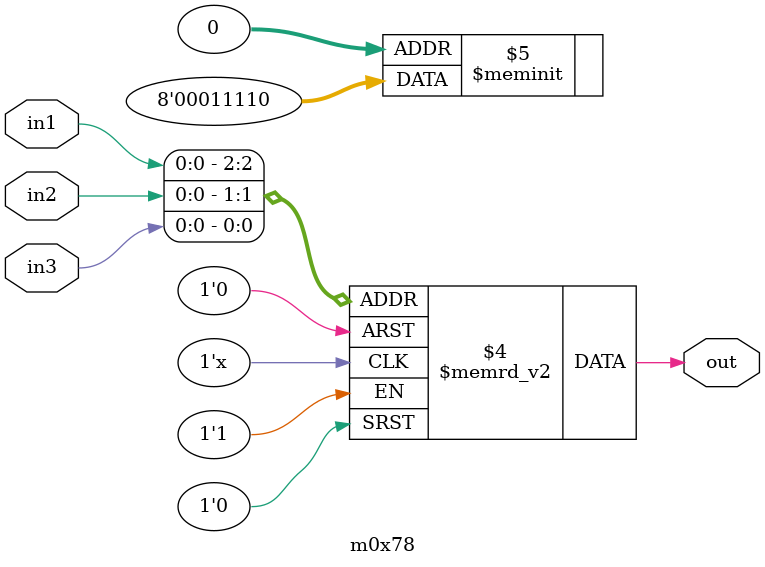
<source format=v>
module m0x78(output out, input in1, in2, in3);

   always @(in1, in2, in3)
     begin
        case({in1, in2, in3})
          3'b000: {out} = 1'b0;
          3'b001: {out} = 1'b1;
          3'b010: {out} = 1'b1;
          3'b011: {out} = 1'b1;
          3'b100: {out} = 1'b1;
          3'b101: {out} = 1'b0;
          3'b110: {out} = 1'b0;
          3'b111: {out} = 1'b0;
        endcase // case ({in1, in2, in3})
     end // always @ (in1, in2, in3)

endmodule // m0x78
</source>
